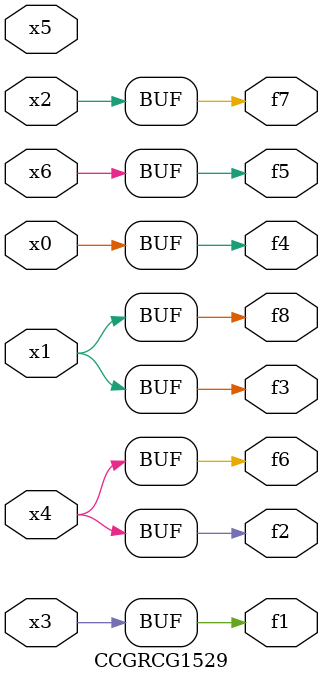
<source format=v>
module CCGRCG1529(
	input x0, x1, x2, x3, x4, x5, x6,
	output f1, f2, f3, f4, f5, f6, f7, f8
);
	assign f1 = x3;
	assign f2 = x4;
	assign f3 = x1;
	assign f4 = x0;
	assign f5 = x6;
	assign f6 = x4;
	assign f7 = x2;
	assign f8 = x1;
endmodule

</source>
